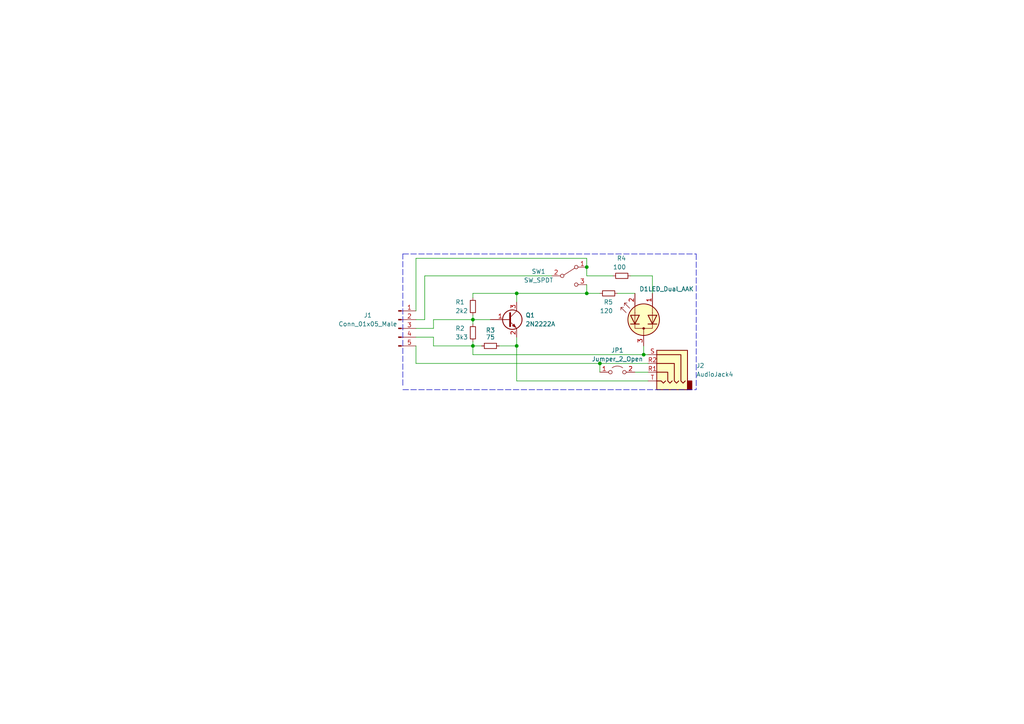
<source format=kicad_sch>
(kicad_sch (version 20211123) (generator eeschema)
  (paper "A4")
  (title_block (title "Atari 2600 SD/TV Switch Breakout Board") (date "2022-06-21") (rev "C"))
  (lib_symbols
    (symbol "Connector:AudioJack4"
      (property "Reference" "J" (at 0 8.89 0))
      (property "Value" "AudioJack4" (at 0 6.35 0))
      (symbol "AudioJack4_0_1"
        (rectangle (start -6.35 -5.08) (end -7.62 -7.62) (stroke (width 0.254)) (fill (type outline)))
        (polyline (pts (xy 0 -5.08) (xy 0.635 -5.715) (xy 1.27 -5.08) (xy 2.54 -5.08)) (stroke (width 0.254)))
        (polyline (pts (xy -5.715 -5.08) (xy -5.08 -5.715) (xy -4.445 -5.08) (xy -4.445 2.54) (xy 2.54 2.54)) (stroke (width 0.254)))
        (polyline (pts (xy -1.905 -5.08) (xy -1.27 -5.715) (xy -0.635 -5.08) (xy -0.635 -2.54) (xy 2.54 -2.54)) (stroke (width 0.254)))
        (polyline (pts (xy 2.54 0) (xy -2.54 0) (xy -2.54 -5.08) (xy -3.175 -5.715) (xy -3.81 -5.08)) (stroke (width 0.254)))
        (rectangle (start 2.54 3.81) (end -6.35 -7.62) (stroke (width 0.254)) (fill (type background)))
      )
      (symbol "AudioJack4_1_1"
        (pin passive line (at 5.08 -2.54 180) (length 2.54) (name "~") (number "R1"))
        (pin passive line (at 5.08 0 180) (length 2.54) (name "~") (number "R2"))
        (pin passive line (at 5.08 2.54 180) (length 2.54) (name "~") (number "S"))
        (pin passive line (at 5.08 -5.08 180) (length 2.54) (name "~") (number "T"))
      )
    )
    (symbol "Connector:Conn_01x05_Male" (pin_names (offset 1.016) hide)
      (property "Reference" "J" (at 0 7.62 0))
      (property "Value" "Conn_01x05_Male" (at 0 -7.62 0))
      (symbol "Conn_01x05_Male_1_1"
        (polyline (pts (xy 1.27 -5.08) (xy 0.8636 -5.08)) (stroke (width 0.1524)))
        (polyline (pts (xy 1.27 -2.54) (xy 0.8636 -2.54)) (stroke (width 0.1524)))
        (polyline (pts (xy 1.27 0) (xy 0.8636 0)) (stroke (width 0.1524)))
        (polyline (pts (xy 1.27 2.54) (xy 0.8636 2.54)) (stroke (width 0.1524)))
        (polyline (pts (xy 1.27 5.08) (xy 0.8636 5.08)) (stroke (width 0.1524)))
        (rectangle (start 0.8636 -4.953) (end 0 -5.207) (stroke (width 0.1524)) (fill (type outline)))
        (rectangle (start 0.8636 -2.413) (end 0 -2.667) (stroke (width 0.1524)) (fill (type outline)))
        (rectangle (start 0.8636 0.127) (end 0 -0.127) (stroke (width 0.1524)) (fill (type outline)))
        (rectangle (start 0.8636 2.667) (end 0 2.413) (stroke (width 0.1524)) (fill (type outline)))
        (rectangle (start 0.8636 5.207) (end 0 4.953) (stroke (width 0.1524)) (fill (type outline)))
        (pin passive line (at 5.08 5.08 180) (length 3.81) (name "Pin_1") (number "1"))
        (pin passive line (at 5.08 2.54 180) (length 3.81) (name "Pin_2") (number "2"))
        (pin passive line (at 5.08 0 180) (length 3.81) (name "Pin_3") (number "3"))
        (pin passive line (at 5.08 -2.54 180) (length 3.81) (name "Pin_4") (number "4"))
        (pin passive line (at 5.08 -5.08 180) (length 3.81) (name "Pin_5") (number "5"))
      )
    )
    (symbol "Device:LED_Dual_AAK" (pin_names (offset 0) hide)
      (property "Reference" "D1" (at 8.89 1.27 90))
      (property "Value" "LED_Dual_AAK_SOT" (at 8.89 -1.27 90))
      (symbol "LED_Dual_AAK_0_1"
        (circle (center -2.54 0) (radius 0.2794) (fill (type outline)))
        (polyline (pts (xy -4.572 0) (xy -2.54 0)))
        (polyline (pts (xy -1.27 -1.27) (xy -1.27 -3.81)) (stroke (width 0.254)))
        (polyline (pts (xy -1.27 1.27) (xy -1.27 3.81)) (stroke (width 0.254)))
        (polyline (pts (xy 3.81 -2.54) (xy 1.905 -2.54)))
        (polyline (pts (xy 3.81 2.54) (xy 1.905 2.54)))
        (polyline (pts (xy 1.27 -3.81) (xy 1.27 -1.27) (xy -1.27 -2.54) (xy 1.27 -3.81)) (stroke (width 0.254)))
        (polyline (pts (xy 1.27 1.27) (xy 1.27 3.81) (xy -1.27 2.54) (xy 1.27 1.27)) (stroke (width 0.254)))
        (polyline (pts (xy 2.032 2.54) (xy -2.54 2.54) (xy -2.54 -2.54) (xy 2.032 -2.54)))
        (polyline (pts (xy 2.032 5.08) (xy 3.556 6.604) (xy 2.794 6.604) (xy 3.556 6.604) (xy 3.556 5.842)))
        (polyline (pts (xy 3.302 4.064) (xy 4.826 5.588) (xy 4.064 5.588) (xy 4.826 5.588) (xy 4.826 4.826)))
        (circle (center 0 0) (radius 4.572) (stroke (width 0.254)) (fill (type background)))
      )
      (symbol "LED_Dual_AAK_1_1"
        (pin input line (at 7.62 -2.54 180) (length 3.81) (name "A2") (number "1"))
        (pin input line (at 7.62 2.54 180) (length 3.81) (name "A1") (number "2"))
        (pin input line (at -7.62 0 0) (length 3.048) (name "K") (number "3"))
      )
    )
    (symbol "Device:Q_NPN_BEC" (pin_names (offset 0) hide)
      (property "Reference" "Q" (at 5.08 1.27 0))
      (property "Value" "Q_NPN_BEC" (at 5.08 -1.27 0))
      (symbol "Q_NPN_BEC_0_1"
        (polyline (pts (xy 0.635 0.635) (xy 2.54 2.54)))
        (polyline (pts (xy 0.635 -0.635) (xy 2.54 -2.54) (xy 2.54 -2.54)))
        (polyline (pts (xy 0.635 1.905) (xy 0.635 -1.905) (xy 0.635 -1.905)) (stroke (width 0.508)))
        (polyline (pts (xy 1.27 -1.778) (xy 1.778 -1.27) (xy 2.286 -2.286) (xy 1.27 -1.778) (xy 1.27 -1.778)) (fill (type outline)))
        (circle (center 1.27 0) (radius 2.8194) (stroke (width 0.254)))
      )
      (symbol "Q_NPN_BEC_1_1"
        (pin input line (at -5.08 0 0) (length 5.715) (name "B") (number "1"))
        (pin passive line (at 2.54 -5.08 90) (length 2.54) (name "E") (number "2"))
        (pin passive line (at 2.54 5.08 270) (length 2.54) (name "C") (number "3"))
      )
    )
    (symbol "Device:R_Small" (pin_numbers hide) (pin_names (offset 0.254) hide)
      (property "Reference" "R" (at 0.762 0.508 0))
      (property "Value" "R_Small" (at 0.762 -1.016 0))
      (symbol "R_Small_0_1"
        (rectangle (start -0.762 1.778) (end 0.762 -1.778) (stroke (width 0.2032)))
      )
      (symbol "R_Small_1_1"
        (pin passive line (at 0 2.54 270) (length 0.762) (name "~") (number "1"))
        (pin passive line (at 0 -2.54 90) (length 0.762) (name "~") (number "2"))
      )
    )
    (symbol "Jumper:Jumper_2_Open" (pin_names (offset 0) hide)
      (property "Reference" "JP" (at 0 2.794 0))
      (property "Value" "Jumper_2_Open" (at 0 -2.286 0))
      (symbol "Jumper_2_Open_0_0"
        (circle (center -2.032 0) (radius 0.508))
        (circle (center 2.032 0) (radius 0.508))
      )
      (symbol "Jumper_2_Open_0_1"
        (arc (start 1.524 1.27) (mid 0 1.778) (end -1.524 1.27))
      )
      (symbol "Jumper_2_Open_1_1"
        (pin passive line (at -5.08 0 0) (length 2.54) (name "A") (number "1"))
        (pin passive line (at 5.08 0 180) (length 2.54) (name "B") (number "2"))
      )
    )
    (symbol "R_Small_1" (pin_numbers hide) (pin_names (offset 0.254) hide)
      (property "Reference" "R" (at 0.762 0.508 0))
      (property "Value" "R_Small_1" (at 0.762 -1.016 0))
      (symbol "R_Small_1_0_1"
        (rectangle (start -0.762 1.778) (end 0.762 -1.778) (stroke (width 0.2032)))
      )
      (symbol "R_Small_1_1_1"
        (pin passive line (at 0 2.54 270) (length 0.762) (name "~") (number "1"))
        (pin passive line (at 0 -2.54 90) (length 0.762) (name "~") (number "2"))
      )
    )
    (symbol "Switch:SW_SPDT" (pin_names (offset 0) hide)
      (property "Reference" "SW" (at 0 4.318 0))
      (property "Value" "SW_SPDT" (at 0 -5.08 0))
      (symbol "SW_SPDT_0_0"
        (circle (center -2.032 0) (radius 0.508))
        (circle (center 2.032 -2.54) (radius 0.508))
      )
      (symbol "SW_SPDT_0_1"
        (polyline (pts (xy -1.524 0.254) (xy 1.651 2.286)))
        (circle (center 2.032 2.54) (radius 0.508))
      )
      (symbol "SW_SPDT_1_1"
        (pin passive line (at 5.08 2.54 180) (length 2.54) (name "A") (number "1"))
        (pin passive line (at -5.08 0 0) (length 2.54) (name "B") (number "2"))
        (pin passive line (at 5.08 -2.54 180) (length 2.54) (name "C") (number "3"))
      )
    )
  )
  (junction (at 186.69 102.87))
  (junction (at 149.86 85.09))
  (junction (at 137.16 92.71))
  (junction (at 137.16 100.33))
  (junction (at 149.86 100.33))
  (junction (at 170.18 85.09))
  (junction (at 170.18 77.47))
  (junction (at 173.99 105.41))
  (wire (pts (xy 184.15 107.95) (xy 187.96 107.95)))
  (wire (pts (xy 125.73 97.79) (xy 125.73 100.33)))
  (wire (pts (xy 173.99 105.41) (xy 187.96 105.41)))
  (wire (pts (xy 186.69 102.87) (xy 187.96 102.87)))
  (wire (pts (xy 170.18 80.01) (xy 177.8 80.01)))
  (wire (pts (xy 186.69 100.33) (xy 186.69 102.87)))
  (polyline (pts (xy 116.84 73.66) (xy 201.93 73.66)))
  (wire (pts (xy 120.65 95.25) (xy 125.73 95.25)))
  (wire (pts (xy 120.65 100.33) (xy 120.65 105.41)))
  (wire (pts (xy 149.86 85.09) (xy 149.86 87.63)))
  (wire (pts (xy 123.19 80.01) (xy 160.02 80.01)))
  (polyline (pts (xy 201.93 73.66) (xy 201.93 113.03)))
  (wire (pts (xy 137.16 85.09) (xy 149.86 85.09)))
  (wire (pts (xy 182.88 80.01) (xy 189.23 80.01)))
  (wire (pts (xy 173.99 85.09) (xy 170.18 85.09)))
  (wire (pts (xy 137.16 102.87) (xy 186.69 102.87)))
  (wire (pts (xy 120.65 92.71) (xy 123.19 92.71)))
  (wire (pts (xy 170.18 82.55) (xy 170.18 85.09)))
  (wire (pts (xy 125.73 92.71) (xy 125.73 95.25)))
  (wire (pts (xy 137.16 92.71) (xy 125.73 92.71)))
  (wire (pts (xy 137.16 92.71) (xy 142.24 92.71)))
  (wire (pts (xy 144.78 100.33) (xy 149.86 100.33)))
  (wire (pts (xy 137.16 99.06) (xy 137.16 100.33)))
  (wire (pts (xy 189.23 80.01) (xy 189.23 85.09)))
  (polyline (pts (xy 116.84 111.76) (xy 116.84 73.66)))
  (wire (pts (xy 120.65 74.93) (xy 170.18 74.93)))
  (wire (pts (xy 120.65 74.93) (xy 120.65 90.17)))
  (wire (pts (xy 149.86 100.33) (xy 149.86 110.49)))
  (wire (pts (xy 137.16 92.71) (xy 137.16 91.44)))
  (wire (pts (xy 173.99 105.41) (xy 173.99 107.95)))
  (wire (pts (xy 149.86 110.49) (xy 187.96 110.49)))
  (wire (pts (xy 170.18 77.47) (xy 170.18 74.93)))
  (wire (pts (xy 149.86 100.33) (xy 149.86 97.79)))
  (wire (pts (xy 137.16 100.33) (xy 137.16 102.87)))
  (wire (pts (xy 123.19 92.71) (xy 123.19 80.01)))
  (wire (pts (xy 137.16 100.33) (xy 139.7 100.33)))
  (wire (pts (xy 170.18 77.47) (xy 170.18 80.01)))
  (wire (pts (xy 149.86 85.09) (xy 170.18 85.09)))
  (wire (pts (xy 120.65 97.79) (xy 125.73 97.79)))
  (wire (pts (xy 137.16 93.98) (xy 137.16 92.71)))
  (wire (pts (xy 125.73 100.33) (xy 137.16 100.33)))
  (wire (pts (xy 179.07 85.09) (xy 184.15 85.09)))
  (wire (pts (xy 120.65 105.41) (xy 173.99 105.41)))
  (wire (pts (xy 137.16 86.36) (xy 137.16 85.09)))
  (polyline (pts (xy 116.84 113.03) (xy 201.93 113.03)))
  (symbol (lib_id "Connector:AudioJack4") (at 193.04 105.41 0) (mirror y) (unit 1)
    (property "Reference" "J2" (at 201.93 106.0449 0) (effects (justify right)))
    (property "Value" "AudioJack4" (at 201.93 108.5849 0) (effects (justify right)))
    (property "Footprint" "outputboard:54-00177" (effects hide))
  )
  (symbol (lib_id "Device:R_Small") (at 137.16 88.9 0) (unit 1)
    (property "Reference" "R1" (at 132.08 87.63 0) (effects (justify left)))
    (property "Value" "2k2" (at 132.08 90.17 0) (effects (justify left)))
    (property "Footprint" "Resistor_SMD:R_1206_3216Metric_Pad1.30x1.75mm_HandSolder" (effects hide))
  )
  (symbol (lib_id "Device:LED_Dual_AAK") (at 186.69 92.71 90) (unit 1)
    (property "Reference" "D1" (at 185.42 83.82 90) (effects (justify right)))
    (property "Value" "LED_Dual_AAK" (at 187.96 83.82 90) (effects (justify right)))
    (property "Footprint" "Package_TO_SOT_SMD:SOT-23_Handsoldering" (effects hide))
  )
  (symbol (lib_id "Device:R_Small") (at 180.34 80.01 90) (unit 1)
    (property "Reference" "R4" (at 181.61 74.93 90) (effects (justify left)))
    (property "Value" "100" (at 181.61 77.47 90) (effects (justify left)))
    (property "Footprint" "Resistor_SMD:R_1206_3216Metric_Pad1.30x1.75mm_HandSolder" (effects hide))
  )
  (symbol (lib_id "Connector:Conn_01x05_Male") (at 115.57 95.25 0) (unit 1)
    (property "Reference" "J1" (at 106.68 91.44 0))
    (property "Value" "Conn_01x05_Male" (at 106.68 93.98 0))
    (property "Footprint" "Connector_Molex:Molex_KK-254_AE-6410-05A_1x05_P2.54mm_Vertical" (effects hide))
  )
  (symbol (lib_id "Device:R_Small") (at 137.16 96.52 0) (unit 1)
    (property "Reference" "R2" (at 132.08 95.25 0) (effects (justify left)))
    (property "Value" "3k3" (at 132.08 97.79 0) (effects (justify left)))
    (property "Footprint" "Resistor_SMD:R_1206_3216Metric_Pad1.30x1.75mm_HandSolder" (effects hide))
  )
  (symbol (lib_id "Switch:SW_SPDT") (at 165.1 80.01 0) (unit 1)
    (property "Reference" "SW1" (at 156.21 78.74 0))
    (property "Value" "SW_SPDT" (at 156.21 81.28 0))
    (property "Footprint" "outputboard:WS-SLSU" (effects hide))
  )
  (symbol (lib_id "Device:R_Small") (at 176.53 85.09 90) (unit 1)
    (property "Reference" "R5" (at 177.8 87.63 90) (effects (justify left)))
    (property "Value" "120" (at 177.8 90.17 90) (effects (justify left)))
    (property "Footprint" "Resistor_SMD:R_1206_3216Metric_Pad1.30x1.75mm_HandSolder" (effects hide))
  )
  (symbol (lib_id "Device:Q_NPN_BEC") (at 147.32 92.71 0) (unit 1)
    (property "Reference" "Q1" (at 152.4 91.4399 0) (effects (justify left)))
    (property "Value" "2N2222A" (at 152.4 93.9799 0) (effects (justify left)))
    (property "Footprint" "Package_TO_SOT_SMD:SOT-23_Handsoldering" (effects hide))
  )
  (symbol (lib_name "R_Small_1") (lib_id "Device:R_Small") (at 142.24 100.33 90) (unit 1)
    (property "Reference" "R3" (at 142.2463 95.79 90))
    (property "Value" "75" (at 142.2463 97.79 90))
    (property "Footprint" "Resistor_SMD:R_1206_3216Metric_Pad1.30x1.75mm_HandSolder" (effects hide))
  )
  (symbol (lib_id "Jumper:Jumper_2_Open") (at 179.07 107.95 0) (unit 1)
    (property "Reference" "JP1" (at 179.07 101.6 0))
    (property "Value" "Jumper_2_Open" (at 179.07 104.14 0))
    (property "Footprint" "outputboard:Jumper_2_1.27_Open" (effects hide))
  )
)
</source>
